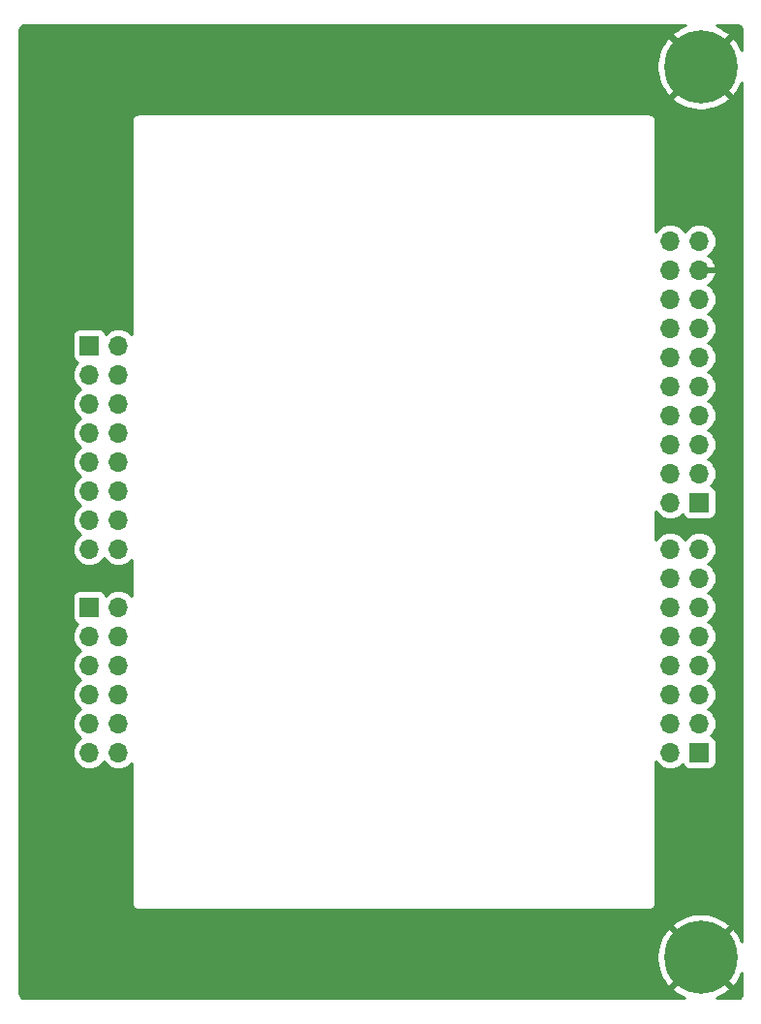
<source format=gbr>
G04 #@! TF.GenerationSoftware,KiCad,Pcbnew,(5.99.0-73-g24ea8f970)*
G04 #@! TF.CreationDate,2019-09-05T17:19:17-04:00*
G04 #@! TF.ProjectId,headers,68656164-6572-4732-9e6b-696361645f70,rev?*
G04 #@! TF.SameCoordinates,Original*
G04 #@! TF.FileFunction,Copper,L1,Top*
G04 #@! TF.FilePolarity,Positive*
%FSLAX46Y46*%
G04 Gerber Fmt 4.6, Leading zero omitted, Abs format (unit mm)*
G04 Created by KiCad (PCBNEW (5.99.0-73-g24ea8f970)) date 2019-09-05 17:19:17*
%MOMM*%
%LPD*%
G04 APERTURE LIST*
%ADD10O,1.700000X1.700000*%
%ADD11R,1.700000X1.700000*%
%ADD12C,0.800000*%
%ADD13C,6.400000*%
%ADD14C,0.254000*%
G04 APERTURE END LIST*
D10*
X143637000Y-92773500D03*
X146177000Y-92773500D03*
X143637000Y-95313500D03*
X146177000Y-95313500D03*
X143637000Y-97853500D03*
X146177000Y-97853500D03*
X143637000Y-100393500D03*
X146177000Y-100393500D03*
X143637000Y-102933500D03*
X146177000Y-102933500D03*
X143637000Y-105473500D03*
X146177000Y-105473500D03*
X143637000Y-108013500D03*
X146177000Y-108013500D03*
X143637000Y-110553500D03*
D11*
X146177000Y-110553500D03*
D10*
X143637000Y-65849500D03*
X146177000Y-65849500D03*
X143637000Y-68389500D03*
X146177000Y-68389500D03*
X143637000Y-70929500D03*
X146177000Y-70929500D03*
X143637000Y-73469500D03*
X146177000Y-73469500D03*
X143637000Y-76009500D03*
X146177000Y-76009500D03*
X143637000Y-78549500D03*
X146177000Y-78549500D03*
X143637000Y-81089500D03*
X146177000Y-81089500D03*
X143637000Y-83629500D03*
X146177000Y-83629500D03*
X143637000Y-86169500D03*
X146177000Y-86169500D03*
X143637000Y-88709500D03*
D11*
X146177000Y-88709500D03*
D10*
X95377000Y-110553500D03*
X92837000Y-110553500D03*
X95377000Y-108013500D03*
X92837000Y-108013500D03*
X95377000Y-105473500D03*
X92837000Y-105473500D03*
X95377000Y-102933500D03*
X92837000Y-102933500D03*
X95377000Y-100393500D03*
X92837000Y-100393500D03*
X95377000Y-97853500D03*
D11*
X92837000Y-97853500D03*
D10*
X95377000Y-92773500D03*
X92837000Y-92773500D03*
X95377000Y-90233500D03*
X92837000Y-90233500D03*
X95377000Y-87693500D03*
X92837000Y-87693500D03*
X95377000Y-85153500D03*
X92837000Y-85153500D03*
X95377000Y-82613500D03*
X92837000Y-82613500D03*
X95377000Y-80073500D03*
X92837000Y-80073500D03*
X95377000Y-77533500D03*
X92837000Y-77533500D03*
X95377000Y-74993500D03*
D11*
X92837000Y-74993500D03*
D12*
X148001056Y-126763444D03*
X146304000Y-126060500D03*
X144606944Y-126763444D03*
X143904000Y-128460500D03*
X144606944Y-130157556D03*
X146304000Y-130860500D03*
X148001056Y-130157556D03*
X148704000Y-128460500D03*
D13*
X146304000Y-128460500D03*
D12*
X148001056Y-48912444D03*
X146304000Y-48209500D03*
X144606944Y-48912444D03*
X143904000Y-50609500D03*
X144606944Y-52306556D03*
X146304000Y-53009500D03*
X148001056Y-52306556D03*
X148704000Y-50609500D03*
D13*
X146304000Y-50609500D03*
D14*
G36*
X144928132Y-47025241D02*
G01*
X144561012Y-47188693D01*
X144212988Y-47389625D01*
X143887875Y-47625834D01*
X143684485Y-47808966D01*
X146304000Y-50428481D01*
X148923515Y-47808966D01*
X148720125Y-47625834D01*
X148395012Y-47389625D01*
X148046988Y-47188693D01*
X147679868Y-47025241D01*
X147669955Y-47022020D01*
X149417660Y-47022020D01*
X149418410Y-47022216D01*
X149434335Y-47023933D01*
X149574423Y-47038163D01*
X149646453Y-47060735D01*
X149712472Y-47097330D01*
X149769789Y-47146457D01*
X149816054Y-47206101D01*
X149849383Y-47273835D01*
X149870396Y-47354507D01*
X149878669Y-47462011D01*
X149881321Y-47473923D01*
X149881321Y-49218049D01*
X149724807Y-48866512D01*
X149523875Y-48518488D01*
X149287666Y-48193375D01*
X149104534Y-47989985D01*
X146485019Y-50609500D01*
X149104534Y-53229015D01*
X149287666Y-53025625D01*
X149523875Y-52700512D01*
X149724807Y-52352488D01*
X149881321Y-52000951D01*
X149881320Y-127069047D01*
X149724807Y-126717512D01*
X149523875Y-126369488D01*
X149287666Y-126044375D01*
X149104534Y-125840985D01*
X146485019Y-128460500D01*
X149104534Y-131080015D01*
X149287666Y-130876625D01*
X149523875Y-130551512D01*
X149724807Y-130203488D01*
X149881320Y-129851953D01*
X149881320Y-131574161D01*
X149881124Y-131574911D01*
X149879407Y-131590836D01*
X149865177Y-131730923D01*
X149842605Y-131802950D01*
X149806009Y-131868973D01*
X149756879Y-131926293D01*
X149697242Y-131972552D01*
X149629505Y-132005883D01*
X149548834Y-132026896D01*
X149441329Y-132035169D01*
X149429422Y-132037820D01*
X147695453Y-132037820D01*
X148046988Y-131881307D01*
X148395012Y-131680375D01*
X148720125Y-131444166D01*
X148923515Y-131261034D01*
X146304000Y-128641519D01*
X143684485Y-131261034D01*
X143887875Y-131444166D01*
X144212988Y-131680375D01*
X144561012Y-131881307D01*
X144912547Y-132037820D01*
X87203659Y-132037820D01*
X87202909Y-132037624D01*
X87186984Y-132035907D01*
X87046897Y-132021677D01*
X86974870Y-131999105D01*
X86908847Y-131962509D01*
X86851527Y-131913379D01*
X86805268Y-131853742D01*
X86771937Y-131786005D01*
X86750924Y-131705334D01*
X86742651Y-131597829D01*
X86740000Y-131585922D01*
X86740000Y-128259569D01*
X142470001Y-128259569D01*
X142470001Y-128661431D01*
X142512006Y-129061093D01*
X142595558Y-129454174D01*
X142719741Y-129836368D01*
X142883193Y-130203488D01*
X143084125Y-130551512D01*
X143320334Y-130876625D01*
X143503466Y-131080015D01*
X146122981Y-128460500D01*
X143503466Y-125840985D01*
X143320334Y-126044375D01*
X143084125Y-126369488D01*
X142883193Y-126717512D01*
X142719741Y-127084632D01*
X142595558Y-127466826D01*
X142512006Y-127859907D01*
X142470001Y-128259569D01*
X86740000Y-128259569D01*
X86740000Y-125659966D01*
X143684485Y-125659966D01*
X146304000Y-128279481D01*
X148923515Y-125659966D01*
X148720125Y-125476834D01*
X148395012Y-125240625D01*
X148046988Y-125039693D01*
X147679868Y-124876241D01*
X147297674Y-124752058D01*
X146904593Y-124668506D01*
X146504931Y-124626501D01*
X146103069Y-124626501D01*
X145703407Y-124668506D01*
X145310326Y-124752058D01*
X144928132Y-124876241D01*
X144561012Y-125039693D01*
X144212988Y-125240625D01*
X143887875Y-125476834D01*
X143684485Y-125659966D01*
X86740000Y-125659966D01*
X86740000Y-74132476D01*
X91345163Y-74132476D01*
X91345163Y-75860088D01*
X91425795Y-76161012D01*
X91573185Y-76336665D01*
X91766814Y-76448456D01*
X91814876Y-76456931D01*
X91695848Y-76575959D01*
X91546909Y-76788665D01*
X91437169Y-77024004D01*
X91369963Y-77274822D01*
X91347332Y-77533500D01*
X91369963Y-77792178D01*
X91437169Y-78042996D01*
X91546909Y-78278334D01*
X91695848Y-78491041D01*
X91879459Y-78674652D01*
X92063473Y-78803500D01*
X91879459Y-78932348D01*
X91695848Y-79115959D01*
X91546909Y-79328665D01*
X91437169Y-79564004D01*
X91369963Y-79814822D01*
X91347332Y-80073500D01*
X91369963Y-80332178D01*
X91437169Y-80582996D01*
X91546909Y-80818334D01*
X91695848Y-81031041D01*
X91879459Y-81214652D01*
X92063473Y-81343500D01*
X91879459Y-81472348D01*
X91695848Y-81655959D01*
X91546909Y-81868665D01*
X91437169Y-82104004D01*
X91369963Y-82354822D01*
X91347332Y-82613500D01*
X91369963Y-82872178D01*
X91437169Y-83122996D01*
X91546909Y-83358334D01*
X91695848Y-83571041D01*
X91879459Y-83754652D01*
X92063473Y-83883500D01*
X91879459Y-84012348D01*
X91695848Y-84195959D01*
X91546909Y-84408665D01*
X91437169Y-84644004D01*
X91369963Y-84894822D01*
X91347332Y-85153500D01*
X91369963Y-85412178D01*
X91437169Y-85662996D01*
X91546909Y-85898334D01*
X91695848Y-86111041D01*
X91879459Y-86294652D01*
X92063473Y-86423500D01*
X91879459Y-86552348D01*
X91695848Y-86735959D01*
X91546909Y-86948665D01*
X91437169Y-87184004D01*
X91369963Y-87434822D01*
X91347332Y-87693500D01*
X91369963Y-87952178D01*
X91437169Y-88202996D01*
X91546909Y-88438334D01*
X91695848Y-88651041D01*
X91879459Y-88834652D01*
X92063473Y-88963500D01*
X91879459Y-89092348D01*
X91695848Y-89275959D01*
X91546909Y-89488665D01*
X91437169Y-89724004D01*
X91369963Y-89974822D01*
X91347332Y-90233500D01*
X91369963Y-90492178D01*
X91437169Y-90742996D01*
X91546909Y-90978334D01*
X91695848Y-91191041D01*
X91879459Y-91374652D01*
X92063473Y-91503500D01*
X91879459Y-91632348D01*
X91695848Y-91815959D01*
X91546909Y-92028665D01*
X91437169Y-92264004D01*
X91369963Y-92514822D01*
X91347332Y-92773500D01*
X91369963Y-93032178D01*
X91437169Y-93282996D01*
X91546909Y-93518334D01*
X91695848Y-93731041D01*
X91879459Y-93914652D01*
X92092166Y-94063591D01*
X92327504Y-94173331D01*
X92578322Y-94240537D01*
X92772212Y-94257500D01*
X92901788Y-94257500D01*
X93095678Y-94240537D01*
X93346496Y-94173331D01*
X93581834Y-94063591D01*
X93794541Y-93914652D01*
X93978152Y-93731041D01*
X94107000Y-93547027D01*
X94235848Y-93731041D01*
X94419459Y-93914652D01*
X94632166Y-94063591D01*
X94867504Y-94173331D01*
X95118322Y-94240537D01*
X95312212Y-94257500D01*
X95441788Y-94257500D01*
X95635678Y-94240537D01*
X95886496Y-94173331D01*
X96121834Y-94063591D01*
X96334541Y-93914652D01*
X96518152Y-93731041D01*
X96521000Y-93726974D01*
X96521000Y-96900026D01*
X96518152Y-96895959D01*
X96334541Y-96712348D01*
X96121834Y-96563409D01*
X95886496Y-96453669D01*
X95635678Y-96386463D01*
X95441788Y-96369500D01*
X95312212Y-96369500D01*
X95118322Y-96386463D01*
X94867504Y-96453669D01*
X94632166Y-96563409D01*
X94419459Y-96712348D01*
X94289966Y-96841841D01*
X94248205Y-96685989D01*
X94100815Y-96510335D01*
X93907186Y-96398544D01*
X93698024Y-96361663D01*
X91970412Y-96361663D01*
X91669489Y-96442295D01*
X91493835Y-96589685D01*
X91382044Y-96783314D01*
X91345163Y-96992476D01*
X91345163Y-98720088D01*
X91425795Y-99021012D01*
X91573185Y-99196665D01*
X91766814Y-99308456D01*
X91814876Y-99316931D01*
X91695848Y-99435959D01*
X91546909Y-99648665D01*
X91437169Y-99884004D01*
X91369963Y-100134822D01*
X91347332Y-100393500D01*
X91369963Y-100652178D01*
X91437169Y-100902996D01*
X91546909Y-101138334D01*
X91695848Y-101351041D01*
X91879459Y-101534652D01*
X92063473Y-101663500D01*
X91879459Y-101792348D01*
X91695848Y-101975959D01*
X91546909Y-102188665D01*
X91437169Y-102424004D01*
X91369963Y-102674822D01*
X91347332Y-102933500D01*
X91369963Y-103192178D01*
X91437169Y-103442996D01*
X91546909Y-103678334D01*
X91695848Y-103891041D01*
X91879459Y-104074652D01*
X92063473Y-104203500D01*
X91879459Y-104332348D01*
X91695848Y-104515959D01*
X91546909Y-104728665D01*
X91437169Y-104964004D01*
X91369963Y-105214822D01*
X91347332Y-105473500D01*
X91369963Y-105732178D01*
X91437169Y-105982996D01*
X91546909Y-106218334D01*
X91695848Y-106431041D01*
X91879459Y-106614652D01*
X92063473Y-106743500D01*
X91879459Y-106872348D01*
X91695848Y-107055959D01*
X91546909Y-107268665D01*
X91437169Y-107504004D01*
X91369963Y-107754822D01*
X91347332Y-108013500D01*
X91369963Y-108272178D01*
X91437169Y-108522996D01*
X91546909Y-108758334D01*
X91695848Y-108971041D01*
X91879459Y-109154652D01*
X92063473Y-109283500D01*
X91879459Y-109412348D01*
X91695848Y-109595959D01*
X91546909Y-109808665D01*
X91437169Y-110044004D01*
X91369963Y-110294822D01*
X91347332Y-110553500D01*
X91369963Y-110812178D01*
X91437169Y-111062996D01*
X91546909Y-111298334D01*
X91695848Y-111511041D01*
X91879459Y-111694652D01*
X92092166Y-111843591D01*
X92327504Y-111953331D01*
X92578322Y-112020537D01*
X92772212Y-112037500D01*
X92901788Y-112037500D01*
X93095678Y-112020537D01*
X93346496Y-111953331D01*
X93581834Y-111843591D01*
X93794541Y-111694652D01*
X93978152Y-111511041D01*
X94107000Y-111327027D01*
X94235848Y-111511041D01*
X94419459Y-111694652D01*
X94632166Y-111843591D01*
X94867504Y-111953331D01*
X95118322Y-112020537D01*
X95312212Y-112037500D01*
X95441788Y-112037500D01*
X95635678Y-112020537D01*
X95886496Y-111953331D01*
X96121834Y-111843591D01*
X96334541Y-111694652D01*
X96518152Y-111511041D01*
X96521000Y-111506974D01*
X96521000Y-123689461D01*
X96520417Y-123784927D01*
X96533493Y-123830678D01*
X96540237Y-123877769D01*
X96558318Y-123917538D01*
X96570322Y-123959539D01*
X96595706Y-123999771D01*
X96615402Y-124043089D01*
X96643920Y-124076184D01*
X96667227Y-124113126D01*
X96702889Y-124144621D01*
X96733946Y-124180664D01*
X96770601Y-124204422D01*
X96803346Y-124233342D01*
X96846416Y-124253564D01*
X96886338Y-124279439D01*
X96928183Y-124291953D01*
X96968088Y-124310689D01*
X97013546Y-124317483D01*
X97060327Y-124331473D01*
X97109168Y-124331772D01*
X97110694Y-124332000D01*
X97146461Y-124332000D01*
X97241926Y-124332583D01*
X97243966Y-124332000D01*
X141723462Y-124332000D01*
X141818927Y-124332583D01*
X141864672Y-124319509D01*
X141911768Y-124312764D01*
X141951533Y-124294684D01*
X141993540Y-124282677D01*
X142033771Y-124257294D01*
X142077089Y-124237598D01*
X142110184Y-124209080D01*
X142147126Y-124185773D01*
X142178621Y-124150111D01*
X142214664Y-124119054D01*
X142238422Y-124082399D01*
X142267342Y-124049654D01*
X142287564Y-124006584D01*
X142313439Y-123966662D01*
X142325953Y-123924817D01*
X142344689Y-123884912D01*
X142351483Y-123839454D01*
X142365473Y-123792673D01*
X142365772Y-123743832D01*
X142366000Y-123742306D01*
X142366000Y-123706539D01*
X142366583Y-123611073D01*
X142366000Y-123609033D01*
X142366000Y-111325599D01*
X142495848Y-111511041D01*
X142679459Y-111694652D01*
X142892166Y-111843591D01*
X143127504Y-111953331D01*
X143378322Y-112020537D01*
X143572212Y-112037500D01*
X143701788Y-112037500D01*
X143895678Y-112020537D01*
X144146496Y-111953331D01*
X144381834Y-111843591D01*
X144594541Y-111694652D01*
X144724034Y-111565159D01*
X144765795Y-111721012D01*
X144913185Y-111896665D01*
X145106814Y-112008456D01*
X145315976Y-112045337D01*
X147043588Y-112045337D01*
X147344512Y-111964705D01*
X147520165Y-111817315D01*
X147631956Y-111623686D01*
X147668837Y-111414524D01*
X147668837Y-109686912D01*
X147588205Y-109385989D01*
X147440815Y-109210335D01*
X147247186Y-109098544D01*
X147199124Y-109090069D01*
X147318152Y-108971041D01*
X147467091Y-108758335D01*
X147576831Y-108522996D01*
X147644037Y-108272178D01*
X147666668Y-108013500D01*
X147644037Y-107754822D01*
X147576831Y-107504004D01*
X147467091Y-107268666D01*
X147318152Y-107055959D01*
X147134541Y-106872348D01*
X146950527Y-106743500D01*
X147134541Y-106614652D01*
X147318152Y-106431041D01*
X147467091Y-106218335D01*
X147576831Y-105982996D01*
X147644037Y-105732178D01*
X147666668Y-105473500D01*
X147644037Y-105214822D01*
X147576831Y-104964004D01*
X147467091Y-104728666D01*
X147318152Y-104515959D01*
X147134541Y-104332348D01*
X146950527Y-104203500D01*
X147134541Y-104074652D01*
X147318152Y-103891041D01*
X147467091Y-103678335D01*
X147576831Y-103442996D01*
X147644037Y-103192178D01*
X147666668Y-102933500D01*
X147644037Y-102674822D01*
X147576831Y-102424004D01*
X147467091Y-102188666D01*
X147318152Y-101975959D01*
X147134541Y-101792348D01*
X146950527Y-101663500D01*
X147134541Y-101534652D01*
X147318152Y-101351041D01*
X147467091Y-101138335D01*
X147576831Y-100902996D01*
X147644037Y-100652178D01*
X147666668Y-100393500D01*
X147644037Y-100134822D01*
X147576831Y-99884004D01*
X147467091Y-99648666D01*
X147318152Y-99435959D01*
X147134541Y-99252348D01*
X146950527Y-99123500D01*
X147134541Y-98994652D01*
X147318152Y-98811041D01*
X147467091Y-98598335D01*
X147576831Y-98362996D01*
X147644037Y-98112178D01*
X147666668Y-97853500D01*
X147644037Y-97594822D01*
X147576831Y-97344004D01*
X147467091Y-97108666D01*
X147318152Y-96895959D01*
X147134541Y-96712348D01*
X146950527Y-96583500D01*
X147134541Y-96454652D01*
X147318152Y-96271041D01*
X147467091Y-96058335D01*
X147576831Y-95822996D01*
X147644037Y-95572178D01*
X147666668Y-95313500D01*
X147644037Y-95054822D01*
X147576831Y-94804004D01*
X147467091Y-94568666D01*
X147318152Y-94355959D01*
X147134541Y-94172348D01*
X146950527Y-94043500D01*
X147134541Y-93914652D01*
X147318152Y-93731041D01*
X147467091Y-93518335D01*
X147576831Y-93282996D01*
X147644037Y-93032178D01*
X147666668Y-92773500D01*
X147644037Y-92514822D01*
X147576831Y-92264004D01*
X147467091Y-92028666D01*
X147318152Y-91815959D01*
X147134541Y-91632348D01*
X146921834Y-91483409D01*
X146686496Y-91373669D01*
X146435678Y-91306463D01*
X146241788Y-91289500D01*
X146112212Y-91289500D01*
X145918322Y-91306463D01*
X145667504Y-91373669D01*
X145432166Y-91483409D01*
X145219459Y-91632348D01*
X145035848Y-91815959D01*
X144907000Y-91999973D01*
X144778152Y-91815959D01*
X144594541Y-91632348D01*
X144381834Y-91483409D01*
X144146496Y-91373669D01*
X143895678Y-91306463D01*
X143701788Y-91289500D01*
X143572212Y-91289500D01*
X143378322Y-91306463D01*
X143127504Y-91373669D01*
X142892166Y-91483409D01*
X142679459Y-91632348D01*
X142495848Y-91815959D01*
X142366000Y-92001400D01*
X142366000Y-89481599D01*
X142495848Y-89667041D01*
X142679459Y-89850652D01*
X142892166Y-89999591D01*
X143127504Y-90109331D01*
X143378322Y-90176537D01*
X143572212Y-90193500D01*
X143701788Y-90193500D01*
X143895678Y-90176537D01*
X144146496Y-90109331D01*
X144381834Y-89999591D01*
X144594541Y-89850652D01*
X144724034Y-89721159D01*
X144765795Y-89877012D01*
X144913185Y-90052665D01*
X145106814Y-90164456D01*
X145315976Y-90201337D01*
X147043588Y-90201337D01*
X147344512Y-90120705D01*
X147520165Y-89973315D01*
X147631956Y-89779686D01*
X147668837Y-89570524D01*
X147668837Y-87842912D01*
X147588205Y-87541989D01*
X147440815Y-87366335D01*
X147247186Y-87254544D01*
X147199124Y-87246069D01*
X147318152Y-87127041D01*
X147467091Y-86914335D01*
X147576831Y-86678996D01*
X147644037Y-86428178D01*
X147666668Y-86169500D01*
X147644037Y-85910822D01*
X147576831Y-85660004D01*
X147467091Y-85424666D01*
X147318152Y-85211959D01*
X147134541Y-85028348D01*
X146950527Y-84899500D01*
X147134541Y-84770652D01*
X147318152Y-84587041D01*
X147467091Y-84374335D01*
X147576831Y-84138996D01*
X147644037Y-83888178D01*
X147666668Y-83629500D01*
X147644037Y-83370822D01*
X147576831Y-83120004D01*
X147467091Y-82884666D01*
X147318152Y-82671959D01*
X147134541Y-82488348D01*
X146950527Y-82359500D01*
X147134541Y-82230652D01*
X147318152Y-82047041D01*
X147467091Y-81834335D01*
X147576831Y-81598996D01*
X147644037Y-81348178D01*
X147666668Y-81089500D01*
X147644037Y-80830822D01*
X147576831Y-80580004D01*
X147467091Y-80344666D01*
X147318152Y-80131959D01*
X147134541Y-79948348D01*
X146950527Y-79819500D01*
X147134541Y-79690652D01*
X147318152Y-79507041D01*
X147467091Y-79294335D01*
X147576831Y-79058996D01*
X147644037Y-78808178D01*
X147666668Y-78549500D01*
X147644037Y-78290822D01*
X147576831Y-78040004D01*
X147467091Y-77804666D01*
X147318152Y-77591959D01*
X147134541Y-77408348D01*
X146950527Y-77279500D01*
X147134541Y-77150652D01*
X147318152Y-76967041D01*
X147467091Y-76754335D01*
X147576831Y-76518996D01*
X147644037Y-76268178D01*
X147666668Y-76009500D01*
X147644037Y-75750822D01*
X147576831Y-75500004D01*
X147467091Y-75264666D01*
X147318152Y-75051959D01*
X147134541Y-74868348D01*
X146950527Y-74739500D01*
X147134541Y-74610652D01*
X147318152Y-74427041D01*
X147467091Y-74214335D01*
X147576831Y-73978996D01*
X147644037Y-73728178D01*
X147666668Y-73469500D01*
X147644037Y-73210822D01*
X147576831Y-72960004D01*
X147467091Y-72724666D01*
X147318152Y-72511959D01*
X147134541Y-72328348D01*
X146950527Y-72199500D01*
X147134541Y-72070652D01*
X147318152Y-71887041D01*
X147467091Y-71674335D01*
X147576831Y-71438996D01*
X147644037Y-71188178D01*
X147666668Y-70929500D01*
X147644037Y-70670822D01*
X147576831Y-70420004D01*
X147467091Y-70184666D01*
X147318152Y-69971959D01*
X147134541Y-69788348D01*
X146950527Y-69659500D01*
X147134541Y-69530652D01*
X147318152Y-69347041D01*
X147467091Y-69134335D01*
X147576831Y-68898996D01*
X147679053Y-68517500D01*
X146049000Y-68517500D01*
X146049000Y-68261500D01*
X147679053Y-68261500D01*
X147576831Y-67880004D01*
X147467091Y-67644666D01*
X147318152Y-67431959D01*
X147134541Y-67248348D01*
X146950527Y-67119500D01*
X147134541Y-66990652D01*
X147318152Y-66807041D01*
X147467091Y-66594335D01*
X147576831Y-66358996D01*
X147644037Y-66108178D01*
X147666668Y-65849500D01*
X147644037Y-65590822D01*
X147576831Y-65340004D01*
X147467091Y-65104666D01*
X147318152Y-64891959D01*
X147134541Y-64708348D01*
X146921834Y-64559409D01*
X146686496Y-64449669D01*
X146435678Y-64382463D01*
X146241788Y-64365500D01*
X146112212Y-64365500D01*
X145918322Y-64382463D01*
X145667504Y-64449669D01*
X145432166Y-64559409D01*
X145219459Y-64708348D01*
X145035848Y-64891959D01*
X144907000Y-65075973D01*
X144778152Y-64891959D01*
X144594541Y-64708348D01*
X144381834Y-64559409D01*
X144146496Y-64449669D01*
X143895678Y-64382463D01*
X143701788Y-64365500D01*
X143572212Y-64365500D01*
X143378322Y-64382463D01*
X143127504Y-64449669D01*
X142892166Y-64559409D01*
X142679459Y-64708348D01*
X142495848Y-64891959D01*
X142366000Y-65077400D01*
X142366000Y-55380539D01*
X142366583Y-55285073D01*
X142353509Y-55239328D01*
X142346764Y-55192232D01*
X142328684Y-55152467D01*
X142316677Y-55110460D01*
X142291294Y-55070229D01*
X142271598Y-55026911D01*
X142243080Y-54993816D01*
X142219773Y-54956874D01*
X142184111Y-54925378D01*
X142153053Y-54889335D01*
X142116399Y-54865578D01*
X142083654Y-54836658D01*
X142040578Y-54816434D01*
X142000661Y-54790561D01*
X141958818Y-54778048D01*
X141918911Y-54759311D01*
X141873455Y-54752518D01*
X141826672Y-54738527D01*
X141777832Y-54738228D01*
X141776306Y-54738000D01*
X141740538Y-54738000D01*
X141645073Y-54737417D01*
X141643033Y-54738000D01*
X97163539Y-54738000D01*
X97068075Y-54737417D01*
X97022322Y-54750492D01*
X96975230Y-54757237D01*
X96935459Y-54775319D01*
X96893462Y-54787322D01*
X96853231Y-54812706D01*
X96809912Y-54832402D01*
X96776817Y-54860919D01*
X96739875Y-54884228D01*
X96708383Y-54919886D01*
X96672336Y-54950946D01*
X96648576Y-54987604D01*
X96619659Y-55020346D01*
X96599440Y-55063411D01*
X96573561Y-55103338D01*
X96561043Y-55145194D01*
X96542312Y-55185089D01*
X96535519Y-55230540D01*
X96521527Y-55277327D01*
X96521228Y-55326173D01*
X96521001Y-55327692D01*
X96521001Y-55363299D01*
X96520417Y-55458932D01*
X96521001Y-55460975D01*
X96521001Y-74040028D01*
X96518152Y-74035959D01*
X96334541Y-73852348D01*
X96121834Y-73703409D01*
X95886496Y-73593669D01*
X95635678Y-73526463D01*
X95441788Y-73509500D01*
X95312212Y-73509500D01*
X95118322Y-73526463D01*
X94867504Y-73593669D01*
X94632166Y-73703409D01*
X94419459Y-73852348D01*
X94289966Y-73981841D01*
X94248205Y-73825989D01*
X94100815Y-73650335D01*
X93907186Y-73538544D01*
X93698024Y-73501663D01*
X91970412Y-73501663D01*
X91669489Y-73582295D01*
X91493835Y-73729685D01*
X91382044Y-73923314D01*
X91345163Y-74132476D01*
X86740000Y-74132476D01*
X86740000Y-53410034D01*
X143684485Y-53410034D01*
X143887875Y-53593166D01*
X144212988Y-53829375D01*
X144561012Y-54030307D01*
X144928132Y-54193759D01*
X145310326Y-54317942D01*
X145703407Y-54401494D01*
X146103069Y-54443499D01*
X146504931Y-54443499D01*
X146904593Y-54401494D01*
X147297674Y-54317942D01*
X147679868Y-54193759D01*
X148046988Y-54030307D01*
X148395012Y-53829375D01*
X148720125Y-53593166D01*
X148923515Y-53410034D01*
X146304000Y-50790519D01*
X143684485Y-53410034D01*
X86740000Y-53410034D01*
X86740000Y-50408569D01*
X142470001Y-50408569D01*
X142470001Y-50810431D01*
X142512006Y-51210093D01*
X142595558Y-51603174D01*
X142719741Y-51985368D01*
X142883193Y-52352488D01*
X143084125Y-52700512D01*
X143320334Y-53025625D01*
X143503466Y-53229015D01*
X146122981Y-50609500D01*
X143503466Y-47989985D01*
X143320334Y-48193375D01*
X143084125Y-48518488D01*
X142883193Y-48866512D01*
X142719741Y-49233632D01*
X142595558Y-49615826D01*
X142512006Y-50008907D01*
X142470001Y-50408569D01*
X86740000Y-50408569D01*
X86740000Y-47485680D01*
X86740196Y-47484930D01*
X86741913Y-47469005D01*
X86756143Y-47328917D01*
X86778715Y-47256887D01*
X86815310Y-47190868D01*
X86864437Y-47133551D01*
X86924081Y-47087286D01*
X86991815Y-47053957D01*
X87072487Y-47032944D01*
X87179991Y-47024671D01*
X87191898Y-47022020D01*
X144938045Y-47022020D01*
X144928132Y-47025241D01*
X144928132Y-47025241D01*
G37*
X144928132Y-47025241D02*
X144561012Y-47188693D01*
X144212988Y-47389625D01*
X143887875Y-47625834D01*
X143684485Y-47808966D01*
X146304000Y-50428481D01*
X148923515Y-47808966D01*
X148720125Y-47625834D01*
X148395012Y-47389625D01*
X148046988Y-47188693D01*
X147679868Y-47025241D01*
X147669955Y-47022020D01*
X149417660Y-47022020D01*
X149418410Y-47022216D01*
X149434335Y-47023933D01*
X149574423Y-47038163D01*
X149646453Y-47060735D01*
X149712472Y-47097330D01*
X149769789Y-47146457D01*
X149816054Y-47206101D01*
X149849383Y-47273835D01*
X149870396Y-47354507D01*
X149878669Y-47462011D01*
X149881321Y-47473923D01*
X149881321Y-49218049D01*
X149724807Y-48866512D01*
X149523875Y-48518488D01*
X149287666Y-48193375D01*
X149104534Y-47989985D01*
X146485019Y-50609500D01*
X149104534Y-53229015D01*
X149287666Y-53025625D01*
X149523875Y-52700512D01*
X149724807Y-52352488D01*
X149881321Y-52000951D01*
X149881320Y-127069047D01*
X149724807Y-126717512D01*
X149523875Y-126369488D01*
X149287666Y-126044375D01*
X149104534Y-125840985D01*
X146485019Y-128460500D01*
X149104534Y-131080015D01*
X149287666Y-130876625D01*
X149523875Y-130551512D01*
X149724807Y-130203488D01*
X149881320Y-129851953D01*
X149881320Y-131574161D01*
X149881124Y-131574911D01*
X149879407Y-131590836D01*
X149865177Y-131730923D01*
X149842605Y-131802950D01*
X149806009Y-131868973D01*
X149756879Y-131926293D01*
X149697242Y-131972552D01*
X149629505Y-132005883D01*
X149548834Y-132026896D01*
X149441329Y-132035169D01*
X149429422Y-132037820D01*
X147695453Y-132037820D01*
X148046988Y-131881307D01*
X148395012Y-131680375D01*
X148720125Y-131444166D01*
X148923515Y-131261034D01*
X146304000Y-128641519D01*
X143684485Y-131261034D01*
X143887875Y-131444166D01*
X144212988Y-131680375D01*
X144561012Y-131881307D01*
X144912547Y-132037820D01*
X87203659Y-132037820D01*
X87202909Y-132037624D01*
X87186984Y-132035907D01*
X87046897Y-132021677D01*
X86974870Y-131999105D01*
X86908847Y-131962509D01*
X86851527Y-131913379D01*
X86805268Y-131853742D01*
X86771937Y-131786005D01*
X86750924Y-131705334D01*
X86742651Y-131597829D01*
X86740000Y-131585922D01*
X86740000Y-128259569D01*
X142470001Y-128259569D01*
X142470001Y-128661431D01*
X142512006Y-129061093D01*
X142595558Y-129454174D01*
X142719741Y-129836368D01*
X142883193Y-130203488D01*
X143084125Y-130551512D01*
X143320334Y-130876625D01*
X143503466Y-131080015D01*
X146122981Y-128460500D01*
X143503466Y-125840985D01*
X143320334Y-126044375D01*
X143084125Y-126369488D01*
X142883193Y-126717512D01*
X142719741Y-127084632D01*
X142595558Y-127466826D01*
X142512006Y-127859907D01*
X142470001Y-128259569D01*
X86740000Y-128259569D01*
X86740000Y-125659966D01*
X143684485Y-125659966D01*
X146304000Y-128279481D01*
X148923515Y-125659966D01*
X148720125Y-125476834D01*
X148395012Y-125240625D01*
X148046988Y-125039693D01*
X147679868Y-124876241D01*
X147297674Y-124752058D01*
X146904593Y-124668506D01*
X146504931Y-124626501D01*
X146103069Y-124626501D01*
X145703407Y-124668506D01*
X145310326Y-124752058D01*
X144928132Y-124876241D01*
X144561012Y-125039693D01*
X144212988Y-125240625D01*
X143887875Y-125476834D01*
X143684485Y-125659966D01*
X86740000Y-125659966D01*
X86740000Y-74132476D01*
X91345163Y-74132476D01*
X91345163Y-75860088D01*
X91425795Y-76161012D01*
X91573185Y-76336665D01*
X91766814Y-76448456D01*
X91814876Y-76456931D01*
X91695848Y-76575959D01*
X91546909Y-76788665D01*
X91437169Y-77024004D01*
X91369963Y-77274822D01*
X91347332Y-77533500D01*
X91369963Y-77792178D01*
X91437169Y-78042996D01*
X91546909Y-78278334D01*
X91695848Y-78491041D01*
X91879459Y-78674652D01*
X92063473Y-78803500D01*
X91879459Y-78932348D01*
X91695848Y-79115959D01*
X91546909Y-79328665D01*
X91437169Y-79564004D01*
X91369963Y-79814822D01*
X91347332Y-80073500D01*
X91369963Y-80332178D01*
X91437169Y-80582996D01*
X91546909Y-80818334D01*
X91695848Y-81031041D01*
X91879459Y-81214652D01*
X92063473Y-81343500D01*
X91879459Y-81472348D01*
X91695848Y-81655959D01*
X91546909Y-81868665D01*
X91437169Y-82104004D01*
X91369963Y-82354822D01*
X91347332Y-82613500D01*
X91369963Y-82872178D01*
X91437169Y-83122996D01*
X91546909Y-83358334D01*
X91695848Y-83571041D01*
X91879459Y-83754652D01*
X92063473Y-83883500D01*
X91879459Y-84012348D01*
X91695848Y-84195959D01*
X91546909Y-84408665D01*
X91437169Y-84644004D01*
X91369963Y-84894822D01*
X91347332Y-85153500D01*
X91369963Y-85412178D01*
X91437169Y-85662996D01*
X91546909Y-85898334D01*
X91695848Y-86111041D01*
X91879459Y-86294652D01*
X92063473Y-86423500D01*
X91879459Y-86552348D01*
X91695848Y-86735959D01*
X91546909Y-86948665D01*
X91437169Y-87184004D01*
X91369963Y-87434822D01*
X91347332Y-87693500D01*
X91369963Y-87952178D01*
X91437169Y-88202996D01*
X91546909Y-88438334D01*
X91695848Y-88651041D01*
X91879459Y-88834652D01*
X92063473Y-88963500D01*
X91879459Y-89092348D01*
X91695848Y-89275959D01*
X91546909Y-89488665D01*
X91437169Y-89724004D01*
X91369963Y-89974822D01*
X91347332Y-90233500D01*
X91369963Y-90492178D01*
X91437169Y-90742996D01*
X91546909Y-90978334D01*
X91695848Y-91191041D01*
X91879459Y-91374652D01*
X92063473Y-91503500D01*
X91879459Y-91632348D01*
X91695848Y-91815959D01*
X91546909Y-92028665D01*
X91437169Y-92264004D01*
X91369963Y-92514822D01*
X91347332Y-92773500D01*
X91369963Y-93032178D01*
X91437169Y-93282996D01*
X91546909Y-93518334D01*
X91695848Y-93731041D01*
X91879459Y-93914652D01*
X92092166Y-94063591D01*
X92327504Y-94173331D01*
X92578322Y-94240537D01*
X92772212Y-94257500D01*
X92901788Y-94257500D01*
X93095678Y-94240537D01*
X93346496Y-94173331D01*
X93581834Y-94063591D01*
X93794541Y-93914652D01*
X93978152Y-93731041D01*
X94107000Y-93547027D01*
X94235848Y-93731041D01*
X94419459Y-93914652D01*
X94632166Y-94063591D01*
X94867504Y-94173331D01*
X95118322Y-94240537D01*
X95312212Y-94257500D01*
X95441788Y-94257500D01*
X95635678Y-94240537D01*
X95886496Y-94173331D01*
X96121834Y-94063591D01*
X96334541Y-93914652D01*
X96518152Y-93731041D01*
X96521000Y-93726974D01*
X96521000Y-96900026D01*
X96518152Y-96895959D01*
X96334541Y-96712348D01*
X96121834Y-96563409D01*
X95886496Y-96453669D01*
X95635678Y-96386463D01*
X95441788Y-96369500D01*
X95312212Y-96369500D01*
X95118322Y-96386463D01*
X94867504Y-96453669D01*
X94632166Y-96563409D01*
X94419459Y-96712348D01*
X94289966Y-96841841D01*
X94248205Y-96685989D01*
X94100815Y-96510335D01*
X93907186Y-96398544D01*
X93698024Y-96361663D01*
X91970412Y-96361663D01*
X91669489Y-96442295D01*
X91493835Y-96589685D01*
X91382044Y-96783314D01*
X91345163Y-96992476D01*
X91345163Y-98720088D01*
X91425795Y-99021012D01*
X91573185Y-99196665D01*
X91766814Y-99308456D01*
X91814876Y-99316931D01*
X91695848Y-99435959D01*
X91546909Y-99648665D01*
X91437169Y-99884004D01*
X91369963Y-100134822D01*
X91347332Y-100393500D01*
X91369963Y-100652178D01*
X91437169Y-100902996D01*
X91546909Y-101138334D01*
X91695848Y-101351041D01*
X91879459Y-101534652D01*
X92063473Y-101663500D01*
X91879459Y-101792348D01*
X91695848Y-101975959D01*
X91546909Y-102188665D01*
X91437169Y-102424004D01*
X91369963Y-102674822D01*
X91347332Y-102933500D01*
X91369963Y-103192178D01*
X91437169Y-103442996D01*
X91546909Y-103678334D01*
X91695848Y-103891041D01*
X91879459Y-104074652D01*
X92063473Y-104203500D01*
X91879459Y-104332348D01*
X91695848Y-104515959D01*
X91546909Y-104728665D01*
X91437169Y-104964004D01*
X91369963Y-105214822D01*
X91347332Y-105473500D01*
X91369963Y-105732178D01*
X91437169Y-105982996D01*
X91546909Y-106218334D01*
X91695848Y-106431041D01*
X91879459Y-106614652D01*
X92063473Y-106743500D01*
X91879459Y-106872348D01*
X91695848Y-107055959D01*
X91546909Y-107268665D01*
X91437169Y-107504004D01*
X91369963Y-107754822D01*
X91347332Y-108013500D01*
X91369963Y-108272178D01*
X91437169Y-108522996D01*
X91546909Y-108758334D01*
X91695848Y-108971041D01*
X91879459Y-109154652D01*
X92063473Y-109283500D01*
X91879459Y-109412348D01*
X91695848Y-109595959D01*
X91546909Y-109808665D01*
X91437169Y-110044004D01*
X91369963Y-110294822D01*
X91347332Y-110553500D01*
X91369963Y-110812178D01*
X91437169Y-111062996D01*
X91546909Y-111298334D01*
X91695848Y-111511041D01*
X91879459Y-111694652D01*
X92092166Y-111843591D01*
X92327504Y-111953331D01*
X92578322Y-112020537D01*
X92772212Y-112037500D01*
X92901788Y-112037500D01*
X93095678Y-112020537D01*
X93346496Y-111953331D01*
X93581834Y-111843591D01*
X93794541Y-111694652D01*
X93978152Y-111511041D01*
X94107000Y-111327027D01*
X94235848Y-111511041D01*
X94419459Y-111694652D01*
X94632166Y-111843591D01*
X94867504Y-111953331D01*
X95118322Y-112020537D01*
X95312212Y-112037500D01*
X95441788Y-112037500D01*
X95635678Y-112020537D01*
X95886496Y-111953331D01*
X96121834Y-111843591D01*
X96334541Y-111694652D01*
X96518152Y-111511041D01*
X96521000Y-111506974D01*
X96521000Y-123689461D01*
X96520417Y-123784927D01*
X96533493Y-123830678D01*
X96540237Y-123877769D01*
X96558318Y-123917538D01*
X96570322Y-123959539D01*
X96595706Y-123999771D01*
X96615402Y-124043089D01*
X96643920Y-124076184D01*
X96667227Y-124113126D01*
X96702889Y-124144621D01*
X96733946Y-124180664D01*
X96770601Y-124204422D01*
X96803346Y-124233342D01*
X96846416Y-124253564D01*
X96886338Y-124279439D01*
X96928183Y-124291953D01*
X96968088Y-124310689D01*
X97013546Y-124317483D01*
X97060327Y-124331473D01*
X97109168Y-124331772D01*
X97110694Y-124332000D01*
X97146461Y-124332000D01*
X97241926Y-124332583D01*
X97243966Y-124332000D01*
X141723462Y-124332000D01*
X141818927Y-124332583D01*
X141864672Y-124319509D01*
X141911768Y-124312764D01*
X141951533Y-124294684D01*
X141993540Y-124282677D01*
X142033771Y-124257294D01*
X142077089Y-124237598D01*
X142110184Y-124209080D01*
X142147126Y-124185773D01*
X142178621Y-124150111D01*
X142214664Y-124119054D01*
X142238422Y-124082399D01*
X142267342Y-124049654D01*
X142287564Y-124006584D01*
X142313439Y-123966662D01*
X142325953Y-123924817D01*
X142344689Y-123884912D01*
X142351483Y-123839454D01*
X142365473Y-123792673D01*
X142365772Y-123743832D01*
X142366000Y-123742306D01*
X142366000Y-123706539D01*
X142366583Y-123611073D01*
X142366000Y-123609033D01*
X142366000Y-111325599D01*
X142495848Y-111511041D01*
X142679459Y-111694652D01*
X142892166Y-111843591D01*
X143127504Y-111953331D01*
X143378322Y-112020537D01*
X143572212Y-112037500D01*
X143701788Y-112037500D01*
X143895678Y-112020537D01*
X144146496Y-111953331D01*
X144381834Y-111843591D01*
X144594541Y-111694652D01*
X144724034Y-111565159D01*
X144765795Y-111721012D01*
X144913185Y-111896665D01*
X145106814Y-112008456D01*
X145315976Y-112045337D01*
X147043588Y-112045337D01*
X147344512Y-111964705D01*
X147520165Y-111817315D01*
X147631956Y-111623686D01*
X147668837Y-111414524D01*
X147668837Y-109686912D01*
X147588205Y-109385989D01*
X147440815Y-109210335D01*
X147247186Y-109098544D01*
X147199124Y-109090069D01*
X147318152Y-108971041D01*
X147467091Y-108758335D01*
X147576831Y-108522996D01*
X147644037Y-108272178D01*
X147666668Y-108013500D01*
X147644037Y-107754822D01*
X147576831Y-107504004D01*
X147467091Y-107268666D01*
X147318152Y-107055959D01*
X147134541Y-106872348D01*
X146950527Y-106743500D01*
X147134541Y-106614652D01*
X147318152Y-106431041D01*
X147467091Y-106218335D01*
X147576831Y-105982996D01*
X147644037Y-105732178D01*
X147666668Y-105473500D01*
X147644037Y-105214822D01*
X147576831Y-104964004D01*
X147467091Y-104728666D01*
X147318152Y-104515959D01*
X147134541Y-104332348D01*
X146950527Y-104203500D01*
X147134541Y-104074652D01*
X147318152Y-103891041D01*
X147467091Y-103678335D01*
X147576831Y-103442996D01*
X147644037Y-103192178D01*
X147666668Y-102933500D01*
X147644037Y-102674822D01*
X147576831Y-102424004D01*
X147467091Y-102188666D01*
X147318152Y-101975959D01*
X147134541Y-101792348D01*
X146950527Y-101663500D01*
X147134541Y-101534652D01*
X147318152Y-101351041D01*
X147467091Y-101138335D01*
X147576831Y-100902996D01*
X147644037Y-100652178D01*
X147666668Y-100393500D01*
X147644037Y-100134822D01*
X147576831Y-99884004D01*
X147467091Y-99648666D01*
X147318152Y-99435959D01*
X147134541Y-99252348D01*
X146950527Y-99123500D01*
X147134541Y-98994652D01*
X147318152Y-98811041D01*
X147467091Y-98598335D01*
X147576831Y-98362996D01*
X147644037Y-98112178D01*
X147666668Y-97853500D01*
X147644037Y-97594822D01*
X147576831Y-97344004D01*
X147467091Y-97108666D01*
X147318152Y-96895959D01*
X147134541Y-96712348D01*
X146950527Y-96583500D01*
X147134541Y-96454652D01*
X147318152Y-96271041D01*
X147467091Y-96058335D01*
X147576831Y-95822996D01*
X147644037Y-95572178D01*
X147666668Y-95313500D01*
X147644037Y-95054822D01*
X147576831Y-94804004D01*
X147467091Y-94568666D01*
X147318152Y-94355959D01*
X147134541Y-94172348D01*
X146950527Y-94043500D01*
X147134541Y-93914652D01*
X147318152Y-93731041D01*
X147467091Y-93518335D01*
X147576831Y-93282996D01*
X147644037Y-93032178D01*
X147666668Y-92773500D01*
X147644037Y-92514822D01*
X147576831Y-92264004D01*
X147467091Y-92028666D01*
X147318152Y-91815959D01*
X147134541Y-91632348D01*
X146921834Y-91483409D01*
X146686496Y-91373669D01*
X146435678Y-91306463D01*
X146241788Y-91289500D01*
X146112212Y-91289500D01*
X145918322Y-91306463D01*
X145667504Y-91373669D01*
X145432166Y-91483409D01*
X145219459Y-91632348D01*
X145035848Y-91815959D01*
X144907000Y-91999973D01*
X144778152Y-91815959D01*
X144594541Y-91632348D01*
X144381834Y-91483409D01*
X144146496Y-91373669D01*
X143895678Y-91306463D01*
X143701788Y-91289500D01*
X143572212Y-91289500D01*
X143378322Y-91306463D01*
X143127504Y-91373669D01*
X142892166Y-91483409D01*
X142679459Y-91632348D01*
X142495848Y-91815959D01*
X142366000Y-92001400D01*
X142366000Y-89481599D01*
X142495848Y-89667041D01*
X142679459Y-89850652D01*
X142892166Y-89999591D01*
X143127504Y-90109331D01*
X143378322Y-90176537D01*
X143572212Y-90193500D01*
X143701788Y-90193500D01*
X143895678Y-90176537D01*
X144146496Y-90109331D01*
X144381834Y-89999591D01*
X144594541Y-89850652D01*
X144724034Y-89721159D01*
X144765795Y-89877012D01*
X144913185Y-90052665D01*
X145106814Y-90164456D01*
X145315976Y-90201337D01*
X147043588Y-90201337D01*
X147344512Y-90120705D01*
X147520165Y-89973315D01*
X147631956Y-89779686D01*
X147668837Y-89570524D01*
X147668837Y-87842912D01*
X147588205Y-87541989D01*
X147440815Y-87366335D01*
X147247186Y-87254544D01*
X147199124Y-87246069D01*
X147318152Y-87127041D01*
X147467091Y-86914335D01*
X147576831Y-86678996D01*
X147644037Y-86428178D01*
X147666668Y-86169500D01*
X147644037Y-85910822D01*
X147576831Y-85660004D01*
X147467091Y-85424666D01*
X147318152Y-85211959D01*
X147134541Y-85028348D01*
X146950527Y-84899500D01*
X147134541Y-84770652D01*
X147318152Y-84587041D01*
X147467091Y-84374335D01*
X147576831Y-84138996D01*
X147644037Y-83888178D01*
X147666668Y-83629500D01*
X147644037Y-83370822D01*
X147576831Y-83120004D01*
X147467091Y-82884666D01*
X147318152Y-82671959D01*
X147134541Y-82488348D01*
X146950527Y-82359500D01*
X147134541Y-82230652D01*
X147318152Y-82047041D01*
X147467091Y-81834335D01*
X147576831Y-81598996D01*
X147644037Y-81348178D01*
X147666668Y-81089500D01*
X147644037Y-80830822D01*
X147576831Y-80580004D01*
X147467091Y-80344666D01*
X147318152Y-80131959D01*
X147134541Y-79948348D01*
X146950527Y-79819500D01*
X147134541Y-79690652D01*
X147318152Y-79507041D01*
X147467091Y-79294335D01*
X147576831Y-79058996D01*
X147644037Y-78808178D01*
X147666668Y-78549500D01*
X147644037Y-78290822D01*
X147576831Y-78040004D01*
X147467091Y-77804666D01*
X147318152Y-77591959D01*
X147134541Y-77408348D01*
X146950527Y-77279500D01*
X147134541Y-77150652D01*
X147318152Y-76967041D01*
X147467091Y-76754335D01*
X147576831Y-76518996D01*
X147644037Y-76268178D01*
X147666668Y-76009500D01*
X147644037Y-75750822D01*
X147576831Y-75500004D01*
X147467091Y-75264666D01*
X147318152Y-75051959D01*
X147134541Y-74868348D01*
X146950527Y-74739500D01*
X147134541Y-74610652D01*
X147318152Y-74427041D01*
X147467091Y-74214335D01*
X147576831Y-73978996D01*
X147644037Y-73728178D01*
X147666668Y-73469500D01*
X147644037Y-73210822D01*
X147576831Y-72960004D01*
X147467091Y-72724666D01*
X147318152Y-72511959D01*
X147134541Y-72328348D01*
X146950527Y-72199500D01*
X147134541Y-72070652D01*
X147318152Y-71887041D01*
X147467091Y-71674335D01*
X147576831Y-71438996D01*
X147644037Y-71188178D01*
X147666668Y-70929500D01*
X147644037Y-70670822D01*
X147576831Y-70420004D01*
X147467091Y-70184666D01*
X147318152Y-69971959D01*
X147134541Y-69788348D01*
X146950527Y-69659500D01*
X147134541Y-69530652D01*
X147318152Y-69347041D01*
X147467091Y-69134335D01*
X147576831Y-68898996D01*
X147679053Y-68517500D01*
X146049000Y-68517500D01*
X146049000Y-68261500D01*
X147679053Y-68261500D01*
X147576831Y-67880004D01*
X147467091Y-67644666D01*
X147318152Y-67431959D01*
X147134541Y-67248348D01*
X146950527Y-67119500D01*
X147134541Y-66990652D01*
X147318152Y-66807041D01*
X147467091Y-66594335D01*
X147576831Y-66358996D01*
X147644037Y-66108178D01*
X147666668Y-65849500D01*
X147644037Y-65590822D01*
X147576831Y-65340004D01*
X147467091Y-65104666D01*
X147318152Y-64891959D01*
X147134541Y-64708348D01*
X146921834Y-64559409D01*
X146686496Y-64449669D01*
X146435678Y-64382463D01*
X146241788Y-64365500D01*
X146112212Y-64365500D01*
X145918322Y-64382463D01*
X145667504Y-64449669D01*
X145432166Y-64559409D01*
X145219459Y-64708348D01*
X145035848Y-64891959D01*
X144907000Y-65075973D01*
X144778152Y-64891959D01*
X144594541Y-64708348D01*
X144381834Y-64559409D01*
X144146496Y-64449669D01*
X143895678Y-64382463D01*
X143701788Y-64365500D01*
X143572212Y-64365500D01*
X143378322Y-64382463D01*
X143127504Y-64449669D01*
X142892166Y-64559409D01*
X142679459Y-64708348D01*
X142495848Y-64891959D01*
X142366000Y-65077400D01*
X142366000Y-55380539D01*
X142366583Y-55285073D01*
X142353509Y-55239328D01*
X142346764Y-55192232D01*
X142328684Y-55152467D01*
X142316677Y-55110460D01*
X142291294Y-55070229D01*
X142271598Y-55026911D01*
X142243080Y-54993816D01*
X142219773Y-54956874D01*
X142184111Y-54925378D01*
X142153053Y-54889335D01*
X142116399Y-54865578D01*
X142083654Y-54836658D01*
X142040578Y-54816434D01*
X142000661Y-54790561D01*
X141958818Y-54778048D01*
X141918911Y-54759311D01*
X141873455Y-54752518D01*
X141826672Y-54738527D01*
X141777832Y-54738228D01*
X141776306Y-54738000D01*
X141740538Y-54738000D01*
X141645073Y-54737417D01*
X141643033Y-54738000D01*
X97163539Y-54738000D01*
X97068075Y-54737417D01*
X97022322Y-54750492D01*
X96975230Y-54757237D01*
X96935459Y-54775319D01*
X96893462Y-54787322D01*
X96853231Y-54812706D01*
X96809912Y-54832402D01*
X96776817Y-54860919D01*
X96739875Y-54884228D01*
X96708383Y-54919886D01*
X96672336Y-54950946D01*
X96648576Y-54987604D01*
X96619659Y-55020346D01*
X96599440Y-55063411D01*
X96573561Y-55103338D01*
X96561043Y-55145194D01*
X96542312Y-55185089D01*
X96535519Y-55230540D01*
X96521527Y-55277327D01*
X96521228Y-55326173D01*
X96521001Y-55327692D01*
X96521001Y-55363299D01*
X96520417Y-55458932D01*
X96521001Y-55460975D01*
X96521001Y-74040028D01*
X96518152Y-74035959D01*
X96334541Y-73852348D01*
X96121834Y-73703409D01*
X95886496Y-73593669D01*
X95635678Y-73526463D01*
X95441788Y-73509500D01*
X95312212Y-73509500D01*
X95118322Y-73526463D01*
X94867504Y-73593669D01*
X94632166Y-73703409D01*
X94419459Y-73852348D01*
X94289966Y-73981841D01*
X94248205Y-73825989D01*
X94100815Y-73650335D01*
X93907186Y-73538544D01*
X93698024Y-73501663D01*
X91970412Y-73501663D01*
X91669489Y-73582295D01*
X91493835Y-73729685D01*
X91382044Y-73923314D01*
X91345163Y-74132476D01*
X86740000Y-74132476D01*
X86740000Y-53410034D01*
X143684485Y-53410034D01*
X143887875Y-53593166D01*
X144212988Y-53829375D01*
X144561012Y-54030307D01*
X144928132Y-54193759D01*
X145310326Y-54317942D01*
X145703407Y-54401494D01*
X146103069Y-54443499D01*
X146504931Y-54443499D01*
X146904593Y-54401494D01*
X147297674Y-54317942D01*
X147679868Y-54193759D01*
X148046988Y-54030307D01*
X148395012Y-53829375D01*
X148720125Y-53593166D01*
X148923515Y-53410034D01*
X146304000Y-50790519D01*
X143684485Y-53410034D01*
X86740000Y-53410034D01*
X86740000Y-50408569D01*
X142470001Y-50408569D01*
X142470001Y-50810431D01*
X142512006Y-51210093D01*
X142595558Y-51603174D01*
X142719741Y-51985368D01*
X142883193Y-52352488D01*
X143084125Y-52700512D01*
X143320334Y-53025625D01*
X143503466Y-53229015D01*
X146122981Y-50609500D01*
X143503466Y-47989985D01*
X143320334Y-48193375D01*
X143084125Y-48518488D01*
X142883193Y-48866512D01*
X142719741Y-49233632D01*
X142595558Y-49615826D01*
X142512006Y-50008907D01*
X142470001Y-50408569D01*
X86740000Y-50408569D01*
X86740000Y-47485680D01*
X86740196Y-47484930D01*
X86741913Y-47469005D01*
X86756143Y-47328917D01*
X86778715Y-47256887D01*
X86815310Y-47190868D01*
X86864437Y-47133551D01*
X86924081Y-47087286D01*
X86991815Y-47053957D01*
X87072487Y-47032944D01*
X87179991Y-47024671D01*
X87191898Y-47022020D01*
X144938045Y-47022020D01*
X144928132Y-47025241D01*
M02*

</source>
